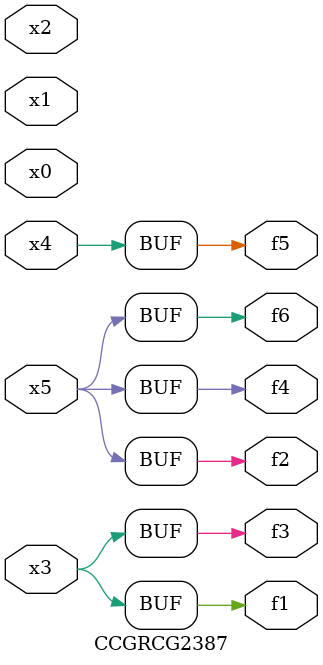
<source format=v>
module CCGRCG2387(
	input x0, x1, x2, x3, x4, x5,
	output f1, f2, f3, f4, f5, f6
);
	assign f1 = x3;
	assign f2 = x5;
	assign f3 = x3;
	assign f4 = x5;
	assign f5 = x4;
	assign f6 = x5;
endmodule

</source>
